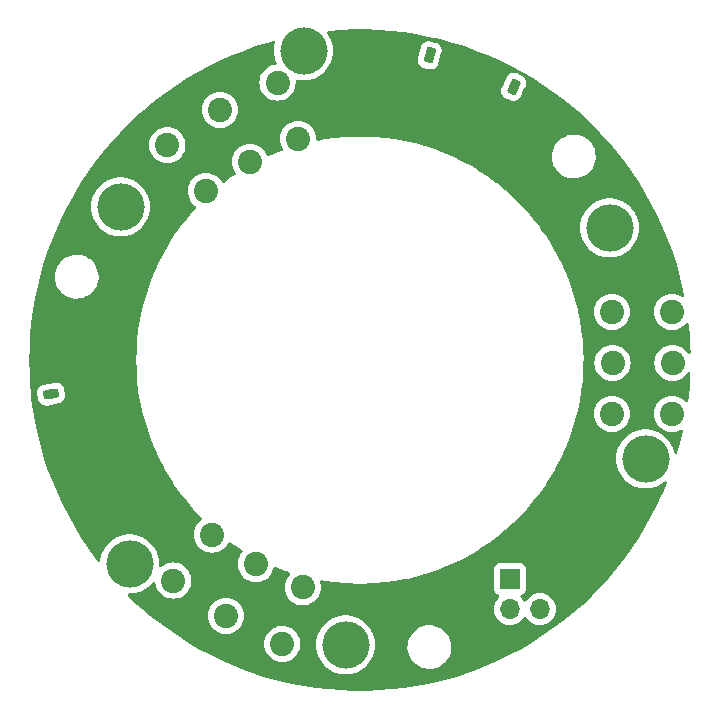
<source format=gbr>
%TF.GenerationSoftware,KiCad,Pcbnew,7.0.6*%
%TF.CreationDate,2023-12-22T17:32:36+03:00*%
%TF.ProjectId,_____ _______,1f3b3042-3020-43e3-913c-3e423e3a2e6b,rev?*%
%TF.SameCoordinates,Original*%
%TF.FileFunction,Copper,L3,Inr*%
%TF.FilePolarity,Positive*%
%FSLAX46Y46*%
G04 Gerber Fmt 4.6, Leading zero omitted, Abs format (unit mm)*
G04 Created by KiCad (PCBNEW 7.0.6) date 2023-12-22 17:32:36*
%MOMM*%
%LPD*%
G01*
G04 APERTURE LIST*
G04 Aperture macros list*
%AMRoundRect*
0 Rectangle with rounded corners*
0 $1 Rounding radius*
0 $2 $3 $4 $5 $6 $7 $8 $9 X,Y pos of 4 corners*
0 Add a 4 corners polygon primitive as box body*
4,1,4,$2,$3,$4,$5,$6,$7,$8,$9,$2,$3,0*
0 Add four circle primitives for the rounded corners*
1,1,$1+$1,$2,$3*
1,1,$1+$1,$4,$5*
1,1,$1+$1,$6,$7*
1,1,$1+$1,$8,$9*
0 Add four rect primitives between the rounded corners*
20,1,$1+$1,$2,$3,$4,$5,0*
20,1,$1+$1,$4,$5,$6,$7,0*
20,1,$1+$1,$6,$7,$8,$9,0*
20,1,$1+$1,$8,$9,$2,$3,0*%
%AMHorizOval*
0 Thick line with rounded ends*
0 $1 width*
0 $2 $3 position (X,Y) of the first rounded end (center of the circle)*
0 $4 $5 position (X,Y) of the second rounded end (center of the circle)*
0 Add line between two ends*
20,1,$1,$2,$3,$4,$5,0*
0 Add two circle primitives to create the rounded ends*
1,1,$1,$2,$3*
1,1,$1,$4,$5*%
G04 Aperture macros list end*
%TA.AperFunction,ComponentPad*%
%ADD10RoundRect,0.200000X0.477893X-0.118820X0.408434X0.275103X-0.477893X0.118820X-0.408434X-0.275103X0*%
%TD*%
%TA.AperFunction,ComponentPad*%
%ADD11HorizOval,0.800000X0.246202X0.043412X-0.246202X-0.043412X0*%
%TD*%
%TA.AperFunction,ComponentPad*%
%ADD12C,4.000000*%
%TD*%
%TA.AperFunction,ComponentPad*%
%ADD13RoundRect,0.200000X-0.309654X-0.382903X0.076717X-0.486430X0.309654X0.382903X-0.076717X0.486430X0*%
%TD*%
%TA.AperFunction,ComponentPad*%
%ADD14HorizOval,0.800000X-0.064705X-0.241481X0.064705X0.241481X0*%
%TD*%
%TA.AperFunction,ComponentPad*%
%ADD15RoundRect,0.200000X-0.371440X-0.323315X-0.008917X-0.492362X0.371440X0.323315X0.008917X0.492362X0*%
%TD*%
%TA.AperFunction,ComponentPad*%
%ADD16HorizOval,0.800000X-0.105655X-0.226577X0.105655X0.226577X0*%
%TD*%
%TA.AperFunction,ComponentPad*%
%ADD17C,2.055000*%
%TD*%
%TA.AperFunction,ComponentPad*%
%ADD18R,1.700000X1.700000*%
%TD*%
%TA.AperFunction,ComponentPad*%
%ADD19O,1.700000X1.700000*%
%TD*%
G04 APERTURE END LIST*
D10*
%TO.N,PTC_Coil_C*%
%TO.C,J19*%
X57108357Y-98911293D03*
D11*
%TO.N,GNDA*%
X56891297Y-97680283D03*
%TD*%
D12*
%TO.N,B_OUT*%
%TO.C,J7*%
X62992000Y-83058000D03*
%TD*%
D13*
%TO.N,PTC_Coil_A*%
%TO.C,J14*%
X89168894Y-70242942D03*
D14*
%TO.N,GNDA*%
X90376301Y-70566466D03*
%TD*%
D12*
%TO.N,A_OUT*%
%TO.C,J17*%
X104394000Y-84836000D03*
%TD*%
%TO.N,B_OUT*%
%TO.C,J15*%
X78486000Y-69850000D03*
%TD*%
%TO.N,C_OUT*%
%TO.C,J6*%
X82042000Y-120142000D03*
%TD*%
%TO.N,C_OUT*%
%TO.C,J5*%
X63754000Y-113284000D03*
%TD*%
D15*
%TO.N,PTC_Coil_B*%
%TO.C,J16*%
X96280894Y-72891413D03*
D16*
%TO.N,GNDA*%
X97413779Y-73419686D03*
%TD*%
D12*
%TO.N,A_OUT*%
%TO.C,J18*%
X107442000Y-104394000D03*
%TD*%
D17*
%TO.N,B_OUT*%
%TO.C,J13*%
X76292270Y-72535673D03*
X78029732Y-77309312D03*
%TD*%
%TO.N,A_OUT*%
%TO.C,J11*%
X109692000Y-91948000D03*
X104612000Y-91948000D03*
%TD*%
%TO.N,B_OUT*%
%TO.C,J10*%
X71410000Y-74842886D03*
X73950000Y-79242295D03*
%TD*%
%TO.N,C_OUT*%
%TO.C,J9*%
X71918000Y-117689114D03*
X74458000Y-113289705D03*
%TD*%
%TO.N,A_OUT*%
%TO.C,J1*%
X109692000Y-100584000D03*
X104612000Y-100584000D03*
%TD*%
D18*
%TO.N,PTC_Coil_A*%
%TO.C,J4*%
X95960000Y-114574000D03*
D19*
%TO.N,GNDA*%
X98500000Y-114574000D03*
%TO.N,PTC_Coil_C*%
X95960000Y-117114000D03*
%TO.N,PTC_Coil_B*%
X98500000Y-117114000D03*
%TD*%
D17*
%TO.N,A_OUT*%
%TO.C,J8*%
X104648109Y-96266000D03*
X109728109Y-96266000D03*
%TD*%
%TO.N,C_OUT*%
%TO.C,J2*%
X76692909Y-120052617D03*
X78430371Y-115278978D03*
%TD*%
%TO.N,B_OUT*%
%TO.C,J3*%
X66957456Y-77832800D03*
X70222817Y-81724306D03*
%TD*%
%TO.N,C_OUT*%
%TO.C,J12*%
X67465456Y-114699200D03*
X70730817Y-110807694D03*
%TD*%
%TA.AperFunction,Conductor*%
%TO.N,GNDA*%
G36*
X84857101Y-68081662D02*
G01*
X85913798Y-68161808D01*
X86966706Y-68281884D01*
X88014315Y-68441717D01*
X89055126Y-68641079D01*
X90087647Y-68879684D01*
X91110400Y-69157190D01*
X92121919Y-69473200D01*
X93120754Y-69827261D01*
X94105477Y-70218866D01*
X95074675Y-70647454D01*
X96026960Y-71112410D01*
X96960969Y-71613070D01*
X97875363Y-72148715D01*
X98768833Y-72718578D01*
X99640098Y-73321844D01*
X100487911Y-73957647D01*
X101311057Y-74625078D01*
X102108356Y-75323179D01*
X102878668Y-76050951D01*
X102878668Y-76050952D01*
X103620887Y-76807353D01*
X104333952Y-77591299D01*
X105016840Y-78401666D01*
X105668574Y-79237295D01*
X106288219Y-80096988D01*
X106874889Y-80979513D01*
X107427742Y-81883607D01*
X107945987Y-82807974D01*
X108428882Y-83751290D01*
X108875734Y-84712204D01*
X109285903Y-85689339D01*
X109658803Y-86681296D01*
X109993899Y-87686654D01*
X110290710Y-88703971D01*
X110548812Y-89731792D01*
X110719581Y-90540215D01*
X110714177Y-90609875D01*
X110671969Y-90665556D01*
X110606359Y-90689578D01*
X110538177Y-90674315D01*
X110533469Y-90671571D01*
X110387841Y-90582330D01*
X110165645Y-90490294D01*
X110165639Y-90490292D01*
X110165638Y-90490292D01*
X109931771Y-90434145D01*
X109931768Y-90434144D01*
X109931765Y-90434144D01*
X109692000Y-90415275D01*
X109452234Y-90434144D01*
X109452230Y-90434144D01*
X109452229Y-90434145D01*
X109218362Y-90490292D01*
X109218354Y-90490294D01*
X108996156Y-90582331D01*
X108791091Y-90707995D01*
X108791090Y-90707996D01*
X108608200Y-90864200D01*
X108451996Y-91047090D01*
X108451995Y-91047091D01*
X108326331Y-91252156D01*
X108234294Y-91474354D01*
X108178144Y-91708234D01*
X108159275Y-91948000D01*
X108178144Y-92187765D01*
X108234294Y-92421645D01*
X108326331Y-92643843D01*
X108451995Y-92848908D01*
X108451996Y-92848909D01*
X108451997Y-92848911D01*
X108451999Y-92848913D01*
X108608200Y-93031800D01*
X108791087Y-93188001D01*
X108791089Y-93188002D01*
X108791090Y-93188003D01*
X108791091Y-93188004D01*
X108996156Y-93313668D01*
X109218354Y-93405705D01*
X109218355Y-93405705D01*
X109218362Y-93405708D01*
X109452229Y-93461855D01*
X109692000Y-93480725D01*
X109931771Y-93461855D01*
X110165638Y-93405708D01*
X110387843Y-93313668D01*
X110592913Y-93188001D01*
X110775800Y-93031800D01*
X110880572Y-92909127D01*
X110939078Y-92870934D01*
X111008946Y-92870435D01*
X111067993Y-92907789D01*
X111097471Y-92971136D01*
X111098306Y-92977939D01*
X111118244Y-93188003D01*
X111187573Y-93918479D01*
X111247707Y-94976504D01*
X111255575Y-95392207D01*
X111237162Y-95459607D01*
X111185234Y-95506352D01*
X111116276Y-95517603D01*
X111052182Y-95489786D01*
X111025870Y-95459344D01*
X110968110Y-95365087D01*
X110811909Y-95182200D01*
X110629022Y-95025999D01*
X110629020Y-95025997D01*
X110629018Y-95025996D01*
X110629017Y-95025995D01*
X110423952Y-94900331D01*
X110201754Y-94808294D01*
X110201748Y-94808292D01*
X110201747Y-94808292D01*
X109967880Y-94752145D01*
X109967877Y-94752144D01*
X109967874Y-94752144D01*
X109728109Y-94733275D01*
X109488343Y-94752144D01*
X109488339Y-94752144D01*
X109488338Y-94752145D01*
X109254471Y-94808292D01*
X109254463Y-94808294D01*
X109032265Y-94900331D01*
X108827200Y-95025995D01*
X108827199Y-95025996D01*
X108644309Y-95182200D01*
X108488105Y-95365090D01*
X108488104Y-95365091D01*
X108362440Y-95570156D01*
X108270403Y-95792354D01*
X108214253Y-96026234D01*
X108195384Y-96265999D01*
X108214253Y-96505765D01*
X108270403Y-96739645D01*
X108362440Y-96961843D01*
X108488104Y-97166908D01*
X108488105Y-97166909D01*
X108488106Y-97166910D01*
X108488108Y-97166913D01*
X108644309Y-97349800D01*
X108827196Y-97506001D01*
X108827198Y-97506002D01*
X108827199Y-97506003D01*
X108827200Y-97506004D01*
X109032265Y-97631668D01*
X109254463Y-97723705D01*
X109254464Y-97723705D01*
X109254471Y-97723708D01*
X109488338Y-97779855D01*
X109728109Y-97798725D01*
X109967880Y-97779855D01*
X110201747Y-97723708D01*
X110423952Y-97631668D01*
X110629022Y-97506001D01*
X110811909Y-97349800D01*
X110968110Y-97166913D01*
X111014330Y-97091487D01*
X111066140Y-97044613D01*
X111135070Y-97033190D01*
X111199233Y-97060847D01*
X111238258Y-97118802D01*
X111243857Y-97163314D01*
X111187573Y-98153613D01*
X111087444Y-99208604D01*
X111048479Y-99501002D01*
X111020112Y-99564853D01*
X110961727Y-99603232D01*
X110891861Y-99603953D01*
X110832696Y-99566787D01*
X110831276Y-99565154D01*
X110831019Y-99564853D01*
X110775800Y-99500200D01*
X110592913Y-99343999D01*
X110592911Y-99343997D01*
X110592909Y-99343996D01*
X110592908Y-99343995D01*
X110387843Y-99218331D01*
X110165645Y-99126294D01*
X110165639Y-99126292D01*
X110165638Y-99126292D01*
X109931771Y-99070145D01*
X109931768Y-99070144D01*
X109931765Y-99070144D01*
X109692000Y-99051275D01*
X109452234Y-99070144D01*
X109452230Y-99070144D01*
X109452229Y-99070145D01*
X109218362Y-99126292D01*
X109218354Y-99126294D01*
X108996156Y-99218331D01*
X108791091Y-99343995D01*
X108791090Y-99343996D01*
X108608200Y-99500200D01*
X108451996Y-99683090D01*
X108451995Y-99683091D01*
X108326331Y-99888156D01*
X108234294Y-100110354D01*
X108234292Y-100110361D01*
X108234292Y-100110362D01*
X108186788Y-100308231D01*
X108178144Y-100344234D01*
X108159275Y-100584000D01*
X108178144Y-100823765D01*
X108234294Y-101057645D01*
X108326331Y-101279843D01*
X108451995Y-101484908D01*
X108451996Y-101484909D01*
X108451997Y-101484911D01*
X108451999Y-101484913D01*
X108608200Y-101667800D01*
X108791087Y-101824001D01*
X108791089Y-101824002D01*
X108791090Y-101824003D01*
X108791091Y-101824004D01*
X108996156Y-101949668D01*
X109218354Y-102041705D01*
X109218355Y-102041705D01*
X109218362Y-102041708D01*
X109452229Y-102097855D01*
X109692000Y-102116725D01*
X109931771Y-102097855D01*
X110165638Y-102041708D01*
X110387843Y-101949668D01*
X110421872Y-101928814D01*
X110489317Y-101910570D01*
X110555920Y-101931686D01*
X110600533Y-101985457D01*
X110608994Y-102054813D01*
X110607985Y-102060170D01*
X110548812Y-102340300D01*
X110290710Y-103368121D01*
X110133396Y-103907311D01*
X110095723Y-103966154D01*
X110032217Y-103995288D01*
X109963041Y-103985464D01*
X109910159Y-103939800D01*
X109892556Y-103895820D01*
X109868731Y-103770921D01*
X109771503Y-103471685D01*
X109637537Y-103186993D01*
X109468947Y-102921337D01*
X109468945Y-102921334D01*
X109268393Y-102678909D01*
X109268391Y-102678907D01*
X109039031Y-102463523D01*
X109039021Y-102463515D01*
X108784495Y-102278591D01*
X108784488Y-102278586D01*
X108784484Y-102278584D01*
X108508766Y-102127006D01*
X108508763Y-102127004D01*
X108508758Y-102127002D01*
X108508757Y-102127001D01*
X108216228Y-102011181D01*
X108216225Y-102011180D01*
X107911476Y-101932934D01*
X107911463Y-101932932D01*
X107599329Y-101893500D01*
X107599318Y-101893500D01*
X107284682Y-101893500D01*
X107284670Y-101893500D01*
X106972536Y-101932932D01*
X106972523Y-101932934D01*
X106667774Y-102011180D01*
X106667771Y-102011181D01*
X106375242Y-102127001D01*
X106375241Y-102127002D01*
X106099516Y-102278584D01*
X106099504Y-102278591D01*
X105844978Y-102463515D01*
X105844968Y-102463523D01*
X105615608Y-102678907D01*
X105615606Y-102678909D01*
X105415054Y-102921334D01*
X105415051Y-102921338D01*
X105246464Y-103186990D01*
X105246461Y-103186996D01*
X105112499Y-103471678D01*
X105112497Y-103471683D01*
X105015270Y-103770916D01*
X104956311Y-104079988D01*
X104956310Y-104079995D01*
X104936556Y-104393994D01*
X104936556Y-104394005D01*
X104956310Y-104708004D01*
X104956311Y-104708011D01*
X105015270Y-105017083D01*
X105112497Y-105316316D01*
X105112499Y-105316321D01*
X105246461Y-105601003D01*
X105246464Y-105601009D01*
X105415051Y-105866661D01*
X105415054Y-105866665D01*
X105615606Y-106109090D01*
X105615608Y-106109092D01*
X105844968Y-106324476D01*
X105844978Y-106324484D01*
X106099504Y-106509408D01*
X106099509Y-106509410D01*
X106099516Y-106509416D01*
X106375234Y-106660994D01*
X106375239Y-106660996D01*
X106375241Y-106660997D01*
X106375242Y-106660998D01*
X106667771Y-106776818D01*
X106667774Y-106776819D01*
X106972523Y-106855065D01*
X106972527Y-106855066D01*
X107038010Y-106863338D01*
X107284670Y-106894499D01*
X107284679Y-106894499D01*
X107284682Y-106894500D01*
X107284684Y-106894500D01*
X107599316Y-106894500D01*
X107599318Y-106894500D01*
X107599321Y-106894499D01*
X107599329Y-106894499D01*
X107785593Y-106870968D01*
X107911473Y-106855066D01*
X108216225Y-106776819D01*
X108271488Y-106754939D01*
X108508757Y-106660998D01*
X108508758Y-106660997D01*
X108508756Y-106660997D01*
X108508766Y-106660994D01*
X108784484Y-106509416D01*
X109039030Y-106324478D01*
X109062181Y-106302737D01*
X109124524Y-106271195D01*
X109194024Y-106278365D01*
X109248616Y-106321971D01*
X109270966Y-106388170D01*
X109261400Y-106441123D01*
X108918341Y-107258386D01*
X108875734Y-107359888D01*
X108428882Y-108320802D01*
X107945987Y-109264118D01*
X107427742Y-110188485D01*
X106874889Y-111092579D01*
X106288219Y-111975104D01*
X105668574Y-112834797D01*
X105016840Y-113670426D01*
X104333952Y-114480793D01*
X103620887Y-115264739D01*
X102878668Y-116021140D01*
X102108356Y-116748913D01*
X101575505Y-117215468D01*
X101311057Y-117447014D01*
X100487911Y-118114445D01*
X99640098Y-118750248D01*
X98768833Y-119353514D01*
X97875363Y-119923377D01*
X96960969Y-120459022D01*
X96026960Y-120959682D01*
X95074675Y-121424638D01*
X94105477Y-121853226D01*
X93120754Y-122244831D01*
X92121919Y-122598892D01*
X91110400Y-122914902D01*
X90087647Y-123192408D01*
X89055126Y-123431013D01*
X88014315Y-123630375D01*
X86966706Y-123790208D01*
X85913798Y-123910284D01*
X84857101Y-123990430D01*
X83798128Y-124030532D01*
X82738396Y-124030532D01*
X81679423Y-123990430D01*
X80622726Y-123910284D01*
X79569818Y-123790208D01*
X78522209Y-123630375D01*
X77481398Y-123431013D01*
X76448877Y-123192408D01*
X75426124Y-122914902D01*
X74414605Y-122598892D01*
X73415770Y-122244831D01*
X72431047Y-121853226D01*
X71461849Y-121424638D01*
X70509564Y-120959682D01*
X69575555Y-120459022D01*
X68881785Y-120052617D01*
X75160184Y-120052617D01*
X75179053Y-120292382D01*
X75179053Y-120292385D01*
X75179054Y-120292388D01*
X75218335Y-120456004D01*
X75235203Y-120526262D01*
X75327240Y-120748460D01*
X75452904Y-120953525D01*
X75452905Y-120953526D01*
X75452906Y-120953528D01*
X75452908Y-120953530D01*
X75609109Y-121136417D01*
X75791996Y-121292618D01*
X75791998Y-121292619D01*
X75791999Y-121292620D01*
X75792000Y-121292621D01*
X75997065Y-121418285D01*
X76219263Y-121510322D01*
X76219264Y-121510322D01*
X76219271Y-121510325D01*
X76453138Y-121566472D01*
X76692909Y-121585342D01*
X76932680Y-121566472D01*
X77166547Y-121510325D01*
X77388752Y-121418285D01*
X77593822Y-121292618D01*
X77776709Y-121136417D01*
X77932910Y-120953530D01*
X78058577Y-120748460D01*
X78150617Y-120526255D01*
X78206764Y-120292388D01*
X78218599Y-120142005D01*
X79536556Y-120142005D01*
X79556310Y-120456004D01*
X79556311Y-120456011D01*
X79615270Y-120765083D01*
X79712497Y-121064316D01*
X79712499Y-121064321D01*
X79846461Y-121349003D01*
X79846464Y-121349009D01*
X80015051Y-121614661D01*
X80015054Y-121614665D01*
X80215606Y-121857090D01*
X80215608Y-121857092D01*
X80215610Y-121857094D01*
X80441351Y-122069079D01*
X80444968Y-122072476D01*
X80444978Y-122072484D01*
X80699504Y-122257408D01*
X80699509Y-122257410D01*
X80699516Y-122257416D01*
X80975234Y-122408994D01*
X80975239Y-122408996D01*
X80975241Y-122408997D01*
X80975242Y-122408998D01*
X81267771Y-122524818D01*
X81267774Y-122524819D01*
X81556270Y-122598892D01*
X81572527Y-122603066D01*
X81638010Y-122611338D01*
X81884670Y-122642499D01*
X81884679Y-122642499D01*
X81884682Y-122642500D01*
X81884684Y-122642500D01*
X82199316Y-122642500D01*
X82199318Y-122642500D01*
X82199321Y-122642499D01*
X82199329Y-122642499D01*
X82385593Y-122618968D01*
X82511473Y-122603066D01*
X82816225Y-122524819D01*
X82816228Y-122524818D01*
X83108757Y-122408998D01*
X83108758Y-122408997D01*
X83108756Y-122408997D01*
X83108766Y-122408994D01*
X83384484Y-122257416D01*
X83639030Y-122072478D01*
X83868390Y-121857094D01*
X84068947Y-121614663D01*
X84237537Y-121349007D01*
X84371503Y-121064315D01*
X84468731Y-120765079D01*
X84527688Y-120456015D01*
X84530972Y-120403819D01*
X87288261Y-120403819D01*
X87317887Y-120673069D01*
X87317889Y-120673080D01*
X87386400Y-120935138D01*
X87386402Y-120935144D01*
X87492344Y-121184446D01*
X87592776Y-121349009D01*
X87633453Y-121415661D01*
X87633460Y-121415671D01*
X87806727Y-121623875D01*
X87806733Y-121623880D01*
X87911714Y-121717943D01*
X88008472Y-121804638D01*
X88234384Y-121954100D01*
X88479650Y-122069076D01*
X88479657Y-122069078D01*
X88479659Y-122069079D01*
X88739031Y-122147113D01*
X88739038Y-122147114D01*
X88739043Y-122147116D01*
X89007035Y-122186556D01*
X89007040Y-122186556D01*
X89210110Y-122186556D01*
X89261607Y-122182786D01*
X89412630Y-122171733D01*
X89525232Y-122146649D01*
X89677020Y-122112838D01*
X89677022Y-122112837D01*
X89677027Y-122112836D01*
X89930032Y-122016070D01*
X90166251Y-121883497D01*
X90380651Y-121717944D01*
X90568660Y-121522937D01*
X90726273Y-121302635D01*
X90800261Y-121158725D01*
X90850123Y-121061746D01*
X90850125Y-121061740D01*
X90850130Y-121061731D01*
X90937592Y-120805361D01*
X90986793Y-120538989D01*
X90996686Y-120268291D01*
X90967060Y-119999038D01*
X90898546Y-119736968D01*
X90792604Y-119487666D01*
X90651492Y-119256446D01*
X90622691Y-119221838D01*
X90478220Y-119048236D01*
X90478214Y-119048231D01*
X90276476Y-118867474D01*
X90050566Y-118718013D01*
X90050564Y-118718012D01*
X89805298Y-118603036D01*
X89805293Y-118603034D01*
X89805288Y-118603032D01*
X89545916Y-118524998D01*
X89545902Y-118524995D01*
X89430265Y-118507977D01*
X89277913Y-118485556D01*
X89074843Y-118485556D01*
X89074838Y-118485556D01*
X88872318Y-118500379D01*
X88872305Y-118500381D01*
X88607927Y-118559273D01*
X88607920Y-118559276D01*
X88354913Y-118656043D01*
X88118700Y-118788613D01*
X88118698Y-118788614D01*
X88118697Y-118788615D01*
X88056367Y-118836744D01*
X87904296Y-118954168D01*
X87716296Y-119149165D01*
X87716290Y-119149172D01*
X87558676Y-119369475D01*
X87558673Y-119369480D01*
X87434824Y-119610365D01*
X87434817Y-119610383D01*
X87347358Y-119866741D01*
X87347355Y-119866755D01*
X87298155Y-120133124D01*
X87298154Y-120133131D01*
X87288261Y-120403819D01*
X84530972Y-120403819D01*
X84547444Y-120142005D01*
X84547444Y-120141994D01*
X84527689Y-119827995D01*
X84527688Y-119827988D01*
X84527688Y-119827985D01*
X84468731Y-119518921D01*
X84371503Y-119219685D01*
X84339515Y-119151708D01*
X84237538Y-118934996D01*
X84237537Y-118934993D01*
X84194688Y-118867474D01*
X84068948Y-118669338D01*
X84068945Y-118669334D01*
X83868393Y-118426909D01*
X83868391Y-118426907D01*
X83639031Y-118211523D01*
X83639021Y-118211515D01*
X83384495Y-118026591D01*
X83384488Y-118026586D01*
X83384484Y-118026584D01*
X83108766Y-117875006D01*
X83108763Y-117875004D01*
X83108758Y-117875002D01*
X83108757Y-117875001D01*
X82816228Y-117759181D01*
X82816225Y-117759180D01*
X82511476Y-117680934D01*
X82511463Y-117680932D01*
X82199329Y-117641500D01*
X82199318Y-117641500D01*
X81884682Y-117641500D01*
X81884670Y-117641500D01*
X81572536Y-117680932D01*
X81572523Y-117680934D01*
X81267774Y-117759180D01*
X81267771Y-117759181D01*
X80975242Y-117875001D01*
X80975241Y-117875002D01*
X80699516Y-118026584D01*
X80699504Y-118026591D01*
X80444978Y-118211515D01*
X80444968Y-118211523D01*
X80215608Y-118426907D01*
X80215606Y-118426909D01*
X80015054Y-118669334D01*
X80015051Y-118669338D01*
X79846464Y-118934990D01*
X79846461Y-118934996D01*
X79712499Y-119219678D01*
X79712497Y-119219683D01*
X79615270Y-119518916D01*
X79556311Y-119827988D01*
X79556310Y-119827995D01*
X79536556Y-120141994D01*
X79536556Y-120142005D01*
X78218599Y-120142005D01*
X78225634Y-120052617D01*
X78206764Y-119812846D01*
X78150617Y-119578979D01*
X78150614Y-119578971D01*
X78058577Y-119356773D01*
X77932913Y-119151708D01*
X77932912Y-119151707D01*
X77932911Y-119151706D01*
X77932910Y-119151704D01*
X77776709Y-118968817D01*
X77593822Y-118812616D01*
X77593820Y-118812614D01*
X77593818Y-118812613D01*
X77593817Y-118812612D01*
X77388752Y-118686948D01*
X77166554Y-118594911D01*
X77166548Y-118594909D01*
X77166547Y-118594909D01*
X76932680Y-118538762D01*
X76932677Y-118538761D01*
X76932674Y-118538761D01*
X76724020Y-118522340D01*
X76692909Y-118519892D01*
X76692908Y-118519892D01*
X76453143Y-118538761D01*
X76453139Y-118538761D01*
X76453138Y-118538762D01*
X76239606Y-118590027D01*
X76219263Y-118594911D01*
X75997065Y-118686948D01*
X75792000Y-118812612D01*
X75791999Y-118812613D01*
X75609109Y-118968817D01*
X75452905Y-119151707D01*
X75452904Y-119151708D01*
X75327240Y-119356773D01*
X75235203Y-119578971D01*
X75235201Y-119578978D01*
X75235201Y-119578979D01*
X75227662Y-119610383D01*
X75179053Y-119812851D01*
X75160184Y-120052617D01*
X68881785Y-120052617D01*
X68661161Y-119923377D01*
X67767691Y-119353514D01*
X66896426Y-118750248D01*
X66048613Y-118114445D01*
X65524050Y-117689114D01*
X70385275Y-117689114D01*
X70404144Y-117928879D01*
X70404144Y-117928882D01*
X70404145Y-117928885D01*
X70460292Y-118162752D01*
X70460294Y-118162759D01*
X70552331Y-118384957D01*
X70677995Y-118590022D01*
X70677996Y-118590023D01*
X70677997Y-118590025D01*
X70677999Y-118590027D01*
X70834200Y-118772914D01*
X71017087Y-118929115D01*
X71017089Y-118929116D01*
X71017090Y-118929117D01*
X71017091Y-118929118D01*
X71222156Y-119054782D01*
X71444354Y-119146819D01*
X71444355Y-119146819D01*
X71444362Y-119146822D01*
X71678229Y-119202969D01*
X71918000Y-119221839D01*
X72157771Y-119202969D01*
X72391638Y-119146822D01*
X72613843Y-119054782D01*
X72818913Y-118929115D01*
X73001800Y-118772914D01*
X73158001Y-118590027D01*
X73283668Y-118384957D01*
X73375708Y-118162752D01*
X73431855Y-117928885D01*
X73450725Y-117689114D01*
X73431855Y-117449343D01*
X73375708Y-117215476D01*
X73375705Y-117215468D01*
X73333676Y-117114000D01*
X94604341Y-117114000D01*
X94624936Y-117349403D01*
X94624938Y-117349413D01*
X94686094Y-117577655D01*
X94686096Y-117577659D01*
X94686097Y-117577663D01*
X94780703Y-117780546D01*
X94785965Y-117791830D01*
X94785967Y-117791834D01*
X94881928Y-117928879D01*
X94921505Y-117985401D01*
X95088599Y-118152495D01*
X95172888Y-118211515D01*
X95282165Y-118288032D01*
X95282167Y-118288033D01*
X95282170Y-118288035D01*
X95496337Y-118387903D01*
X95724592Y-118449063D01*
X95912918Y-118465539D01*
X95959999Y-118469659D01*
X95960000Y-118469659D01*
X95960001Y-118469659D01*
X95999234Y-118466226D01*
X96195408Y-118449063D01*
X96423663Y-118387903D01*
X96637830Y-118288035D01*
X96831401Y-118152495D01*
X96998495Y-117985401D01*
X97128426Y-117799840D01*
X97183001Y-117756217D01*
X97252499Y-117749023D01*
X97314854Y-117780546D01*
X97331574Y-117799841D01*
X97461505Y-117985401D01*
X97628599Y-118152495D01*
X97712888Y-118211515D01*
X97822165Y-118288032D01*
X97822167Y-118288033D01*
X97822170Y-118288035D01*
X98036337Y-118387903D01*
X98264592Y-118449063D01*
X98452918Y-118465539D01*
X98499999Y-118469659D01*
X98500000Y-118469659D01*
X98500001Y-118469659D01*
X98539234Y-118466226D01*
X98735408Y-118449063D01*
X98963663Y-118387903D01*
X99177830Y-118288035D01*
X99371401Y-118152495D01*
X99538495Y-117985401D01*
X99674035Y-117791830D01*
X99773903Y-117577663D01*
X99835063Y-117349408D01*
X99855659Y-117114000D01*
X99835063Y-116878592D01*
X99773903Y-116650337D01*
X99674035Y-116436171D01*
X99668425Y-116428158D01*
X99538494Y-116242597D01*
X99371402Y-116075506D01*
X99371395Y-116075501D01*
X99177834Y-115939967D01*
X99177830Y-115939965D01*
X99128174Y-115916810D01*
X98963663Y-115840097D01*
X98963659Y-115840096D01*
X98963655Y-115840094D01*
X98735413Y-115778938D01*
X98735403Y-115778936D01*
X98500001Y-115758341D01*
X98499999Y-115758341D01*
X98264596Y-115778936D01*
X98264586Y-115778938D01*
X98036344Y-115840094D01*
X98036335Y-115840098D01*
X97822171Y-115939964D01*
X97822169Y-115939965D01*
X97628597Y-116075505D01*
X97461505Y-116242597D01*
X97331575Y-116428158D01*
X97276998Y-116471783D01*
X97207500Y-116478977D01*
X97145145Y-116447454D01*
X97128425Y-116428158D01*
X96998496Y-116242600D01*
X96968951Y-116213055D01*
X96876567Y-116120671D01*
X96843084Y-116059351D01*
X96848068Y-115989659D01*
X96889939Y-115933725D01*
X96920915Y-115916810D01*
X97052331Y-115867796D01*
X97167546Y-115781546D01*
X97253796Y-115666331D01*
X97304091Y-115531483D01*
X97310500Y-115471873D01*
X97310499Y-113676128D01*
X97304091Y-113616517D01*
X97303674Y-113615400D01*
X97253797Y-113481671D01*
X97253793Y-113481664D01*
X97167547Y-113366455D01*
X97167544Y-113366452D01*
X97052335Y-113280206D01*
X97052328Y-113280202D01*
X96917482Y-113229908D01*
X96917483Y-113229908D01*
X96857883Y-113223501D01*
X96857881Y-113223500D01*
X96857873Y-113223500D01*
X96857864Y-113223500D01*
X95062129Y-113223500D01*
X95062123Y-113223501D01*
X95002516Y-113229908D01*
X94867671Y-113280202D01*
X94867664Y-113280206D01*
X94752455Y-113366452D01*
X94752452Y-113366455D01*
X94666206Y-113481664D01*
X94666202Y-113481671D01*
X94615908Y-113616517D01*
X94610113Y-113670426D01*
X94609501Y-113676123D01*
X94609500Y-113676135D01*
X94609500Y-115471870D01*
X94609501Y-115471876D01*
X94615908Y-115531483D01*
X94666202Y-115666328D01*
X94666206Y-115666335D01*
X94752452Y-115781544D01*
X94752455Y-115781547D01*
X94867664Y-115867793D01*
X94867671Y-115867797D01*
X94999081Y-115916810D01*
X95055015Y-115958681D01*
X95079432Y-116024145D01*
X95064580Y-116092418D01*
X95043430Y-116120673D01*
X94921503Y-116242600D01*
X94785965Y-116436169D01*
X94785964Y-116436171D01*
X94686098Y-116650335D01*
X94686094Y-116650344D01*
X94624938Y-116878586D01*
X94624936Y-116878596D01*
X94604341Y-117113999D01*
X94604341Y-117114000D01*
X73333676Y-117114000D01*
X73283668Y-116993270D01*
X73158004Y-116788205D01*
X73158003Y-116788204D01*
X73158002Y-116788203D01*
X73158001Y-116788201D01*
X73001800Y-116605314D01*
X72818913Y-116449113D01*
X72818911Y-116449111D01*
X72818909Y-116449110D01*
X72818908Y-116449109D01*
X72613843Y-116323445D01*
X72391645Y-116231408D01*
X72391639Y-116231406D01*
X72391638Y-116231406D01*
X72157771Y-116175259D01*
X72157768Y-116175258D01*
X72157765Y-116175258D01*
X71918000Y-116156389D01*
X71678234Y-116175258D01*
X71678230Y-116175258D01*
X71678229Y-116175259D01*
X71658936Y-116179891D01*
X71444354Y-116231408D01*
X71222156Y-116323445D01*
X71017091Y-116449109D01*
X71017090Y-116449110D01*
X70834200Y-116605314D01*
X70677996Y-116788204D01*
X70677995Y-116788205D01*
X70552331Y-116993270D01*
X70460294Y-117215468D01*
X70460292Y-117215475D01*
X70460292Y-117215476D01*
X70428138Y-117349408D01*
X70404144Y-117449348D01*
X70385275Y-117689114D01*
X65524050Y-117689114D01*
X65225467Y-117447014D01*
X64428168Y-116748913D01*
X63657856Y-116021140D01*
X63632546Y-115995346D01*
X63599644Y-115933711D01*
X63605287Y-115864069D01*
X63647686Y-115808534D01*
X63713378Y-115784738D01*
X63721054Y-115784500D01*
X63911316Y-115784500D01*
X63911318Y-115784500D01*
X63911321Y-115784499D01*
X63911329Y-115784499D01*
X64106555Y-115759836D01*
X64223473Y-115745066D01*
X64528225Y-115666819D01*
X64528228Y-115666818D01*
X64820757Y-115550998D01*
X64820758Y-115550997D01*
X64820756Y-115550997D01*
X64820766Y-115550994D01*
X65096484Y-115399416D01*
X65351030Y-115214478D01*
X65580390Y-114999094D01*
X65728533Y-114820020D01*
X65786432Y-114780913D01*
X65856283Y-114779317D01*
X65915909Y-114815738D01*
X65946379Y-114878614D01*
X65947694Y-114889332D01*
X65951600Y-114938966D01*
X65951600Y-114938969D01*
X65951601Y-114938971D01*
X65966035Y-114999094D01*
X66007750Y-115172845D01*
X66099787Y-115395043D01*
X66225451Y-115600108D01*
X66225452Y-115600109D01*
X66225453Y-115600111D01*
X66225455Y-115600113D01*
X66381656Y-115783000D01*
X66564543Y-115939201D01*
X66564545Y-115939202D01*
X66564546Y-115939203D01*
X66564547Y-115939204D01*
X66769612Y-116064868D01*
X66991810Y-116156905D01*
X66991811Y-116156905D01*
X66991818Y-116156908D01*
X67225685Y-116213055D01*
X67465456Y-116231925D01*
X67705227Y-116213055D01*
X67939094Y-116156908D01*
X68161299Y-116064868D01*
X68366369Y-115939201D01*
X68549256Y-115783000D01*
X68705457Y-115600113D01*
X68831124Y-115395043D01*
X68923164Y-115172838D01*
X68979311Y-114938971D01*
X68998181Y-114699200D01*
X68979311Y-114459429D01*
X68923164Y-114225562D01*
X68910579Y-114195178D01*
X68831124Y-114003356D01*
X68705460Y-113798291D01*
X68705459Y-113798290D01*
X68705458Y-113798289D01*
X68705457Y-113798287D01*
X68549256Y-113615400D01*
X68366369Y-113459199D01*
X68366367Y-113459197D01*
X68366365Y-113459196D01*
X68366364Y-113459195D01*
X68161299Y-113333531D01*
X67939101Y-113241494D01*
X67939095Y-113241492D01*
X67939094Y-113241492D01*
X67705227Y-113185345D01*
X67705224Y-113185344D01*
X67705221Y-113185344D01*
X67465456Y-113166475D01*
X67225690Y-113185344D01*
X67225686Y-113185344D01*
X67225685Y-113185345D01*
X66991818Y-113241492D01*
X66991810Y-113241494D01*
X66769612Y-113333531D01*
X66564547Y-113459195D01*
X66564539Y-113459201D01*
X66453144Y-113554342D01*
X66389383Y-113582913D01*
X66320297Y-113572476D01*
X66267821Y-113526345D01*
X66248616Y-113459166D01*
X66248858Y-113452266D01*
X66259444Y-113284005D01*
X66259444Y-113283994D01*
X66239689Y-112969995D01*
X66239688Y-112969988D01*
X66239688Y-112969985D01*
X66180731Y-112660921D01*
X66083503Y-112361685D01*
X66064616Y-112321549D01*
X65987225Y-112157084D01*
X65949537Y-112076993D01*
X65888999Y-111981600D01*
X65780948Y-111811338D01*
X65780945Y-111811334D01*
X65580393Y-111568909D01*
X65580391Y-111568907D01*
X65506615Y-111499626D01*
X65351030Y-111353522D01*
X65351027Y-111353520D01*
X65351021Y-111353515D01*
X65096495Y-111168591D01*
X65096488Y-111168586D01*
X65096484Y-111168584D01*
X64820766Y-111017006D01*
X64820763Y-111017004D01*
X64820758Y-111017002D01*
X64820757Y-111017001D01*
X64528228Y-110901181D01*
X64528225Y-110901180D01*
X64223476Y-110822934D01*
X64223463Y-110822932D01*
X63911329Y-110783500D01*
X63911318Y-110783500D01*
X63596682Y-110783500D01*
X63596670Y-110783500D01*
X63284536Y-110822932D01*
X63284523Y-110822934D01*
X62979774Y-110901180D01*
X62979771Y-110901181D01*
X62687242Y-111017001D01*
X62687241Y-111017002D01*
X62411516Y-111168584D01*
X62411504Y-111168591D01*
X62156978Y-111353515D01*
X62156968Y-111353523D01*
X61927608Y-111568907D01*
X61927606Y-111568909D01*
X61727054Y-111811334D01*
X61727051Y-111811338D01*
X61558464Y-112076990D01*
X61558461Y-112076996D01*
X61424499Y-112361678D01*
X61424497Y-112361683D01*
X61327270Y-112660916D01*
X61268311Y-112969988D01*
X61268310Y-112969994D01*
X61266819Y-112993699D01*
X61242963Y-113059370D01*
X61187389Y-113101718D01*
X61117743Y-113107298D01*
X61056136Y-113074339D01*
X61045287Y-113062171D01*
X60867950Y-112834797D01*
X60248305Y-111975104D01*
X59661635Y-111092579D01*
X59108782Y-110188485D01*
X58590537Y-109264118D01*
X58107642Y-108320802D01*
X57660790Y-107359888D01*
X57250621Y-106382753D01*
X56877721Y-105390796D01*
X56542625Y-104385438D01*
X56245814Y-103368121D01*
X55987712Y-102340300D01*
X55768690Y-101303448D01*
X55589060Y-100259051D01*
X55540151Y-99892024D01*
X55449080Y-99208604D01*
X55409136Y-98787738D01*
X55924835Y-98787738D01*
X55930776Y-98858365D01*
X56019894Y-99363779D01*
X56019895Y-99363785D01*
X56019897Y-99363793D01*
X56038469Y-99432187D01*
X56038470Y-99432189D01*
X56116510Y-99583340D01*
X56116511Y-99583342D01*
X56228458Y-99711425D01*
X56228460Y-99711428D01*
X56341689Y-99790710D01*
X56367806Y-99808998D01*
X56526456Y-99870388D01*
X56695186Y-99892025D01*
X56765808Y-99886085D01*
X57763647Y-99710139D01*
X57832041Y-99691567D01*
X57983195Y-99613525D01*
X58111280Y-99501577D01*
X58111280Y-99501575D01*
X58111282Y-99501575D01*
X58207754Y-99363798D01*
X58208852Y-99362230D01*
X58270242Y-99203580D01*
X58291879Y-99034850D01*
X58285939Y-98964228D01*
X58196817Y-98458793D01*
X58178245Y-98390399D01*
X58100203Y-98239245D01*
X58100202Y-98239243D01*
X57988255Y-98111160D01*
X57988253Y-98111157D01*
X57848908Y-98013588D01*
X57690257Y-97952197D01*
X57567849Y-97936501D01*
X57521528Y-97930561D01*
X57521526Y-97930561D01*
X57521525Y-97930561D01*
X57490769Y-97933148D01*
X57450906Y-97936501D01*
X57450902Y-97936501D01*
X57450898Y-97936502D01*
X56453079Y-98112444D01*
X56453070Y-98112446D01*
X56453067Y-98112447D01*
X56384673Y-98131019D01*
X56384672Y-98131019D01*
X56384670Y-98131020D01*
X56233519Y-98209060D01*
X56233517Y-98209061D01*
X56105434Y-98321008D01*
X56105431Y-98321010D01*
X56007862Y-98460354D01*
X56007862Y-98460356D01*
X55946471Y-98619006D01*
X55924835Y-98787738D01*
X55409136Y-98787738D01*
X55348951Y-98153613D01*
X55288817Y-97095588D01*
X55268762Y-96036047D01*
X64338882Y-96036047D01*
X64358498Y-96897598D01*
X64417308Y-97757382D01*
X64515192Y-98613605D01*
X64651943Y-99464473D01*
X64723537Y-99808998D01*
X64827277Y-100308225D01*
X64836488Y-100344234D01*
X65040832Y-101143123D01*
X65292168Y-101967445D01*
X65292168Y-101967446D01*
X65580764Y-102779476D01*
X65906017Y-103577524D01*
X66267258Y-104359946D01*
X66663747Y-105125134D01*
X66774129Y-105316321D01*
X67094632Y-105871448D01*
X67094640Y-105871460D01*
X67094639Y-105871460D01*
X67421735Y-106382753D01*
X67559048Y-106597392D01*
X68056023Y-107301445D01*
X68584528Y-107982150D01*
X69143467Y-108638094D01*
X69731683Y-109267918D01*
X69844454Y-109378151D01*
X69878634Y-109439089D01*
X69874443Y-109508832D01*
X69833211Y-109565239D01*
X69830675Y-109567132D01*
X69829912Y-109567686D01*
X69647017Y-109723894D01*
X69490813Y-109906784D01*
X69490812Y-109906785D01*
X69365148Y-110111850D01*
X69273111Y-110334048D01*
X69216961Y-110567928D01*
X69198092Y-110807693D01*
X69216961Y-111047459D01*
X69216961Y-111047462D01*
X69216962Y-111047465D01*
X69273109Y-111281332D01*
X69273111Y-111281339D01*
X69365148Y-111503537D01*
X69490812Y-111708602D01*
X69490813Y-111708603D01*
X69490814Y-111708605D01*
X69490816Y-111708607D01*
X69647017Y-111891494D01*
X69829904Y-112047695D01*
X69829906Y-112047696D01*
X69829907Y-112047697D01*
X69829908Y-112047698D01*
X70034973Y-112173362D01*
X70257171Y-112265399D01*
X70257172Y-112265399D01*
X70257179Y-112265402D01*
X70491046Y-112321549D01*
X70730817Y-112340419D01*
X70970588Y-112321549D01*
X71204455Y-112265402D01*
X71426660Y-112173362D01*
X71631730Y-112047695D01*
X71814617Y-111891494D01*
X71970818Y-111708607D01*
X72096485Y-111503537D01*
X72096587Y-111503288D01*
X72096651Y-111503209D01*
X72098696Y-111499197D01*
X72099538Y-111499626D01*
X72140421Y-111448882D01*
X72206713Y-111426810D01*
X72274414Y-111444081D01*
X72284949Y-111451080D01*
X72350502Y-111499626D01*
X72352061Y-111500780D01*
X73067245Y-111981600D01*
X73067251Y-111981603D01*
X73067256Y-111981607D01*
X73270880Y-112105433D01*
X73317932Y-112157084D01*
X73329590Y-112225974D01*
X73302153Y-112290231D01*
X73300742Y-112291913D01*
X73217996Y-112388794D01*
X73217995Y-112388796D01*
X73092331Y-112593861D01*
X73000294Y-112816059D01*
X72944144Y-113049939D01*
X72925275Y-113289705D01*
X72944144Y-113529470D01*
X72944144Y-113529473D01*
X72944145Y-113529476D01*
X72979354Y-113676129D01*
X73000294Y-113763350D01*
X73092331Y-113985548D01*
X73217995Y-114190613D01*
X73217996Y-114190614D01*
X73217997Y-114190616D01*
X73217999Y-114190618D01*
X73374200Y-114373505D01*
X73557087Y-114529706D01*
X73557089Y-114529707D01*
X73557090Y-114529708D01*
X73557091Y-114529709D01*
X73762156Y-114655373D01*
X73984354Y-114747410D01*
X73984355Y-114747410D01*
X73984362Y-114747413D01*
X74218229Y-114803560D01*
X74458000Y-114822430D01*
X74697771Y-114803560D01*
X74931638Y-114747413D01*
X75153843Y-114655373D01*
X75358913Y-114529706D01*
X75541800Y-114373505D01*
X75698001Y-114190618D01*
X75823668Y-113985548D01*
X75915708Y-113763343D01*
X75943911Y-113645868D01*
X75978701Y-113585279D01*
X76040727Y-113553115D01*
X76110296Y-113559591D01*
X76113821Y-113561057D01*
X76123951Y-113565457D01*
X76123960Y-113565460D01*
X76123966Y-113565463D01*
X76123963Y-113565462D01*
X76929192Y-113872459D01*
X77068657Y-113918476D01*
X77294493Y-113992993D01*
X77351988Y-114032692D01*
X77378893Y-114097174D01*
X77366665Y-114165965D01*
X77348889Y-114190751D01*
X77349735Y-114191474D01*
X77346572Y-114195176D01*
X77346571Y-114195178D01*
X77267216Y-114288089D01*
X77190367Y-114378068D01*
X77190366Y-114378069D01*
X77064702Y-114583134D01*
X76972665Y-114805332D01*
X76972663Y-114805339D01*
X76972663Y-114805340D01*
X76926147Y-114999094D01*
X76916515Y-115039212D01*
X76897646Y-115278978D01*
X76916515Y-115518743D01*
X76916515Y-115518746D01*
X76916516Y-115518749D01*
X76970851Y-115745067D01*
X76972665Y-115752623D01*
X77064702Y-115974821D01*
X77190366Y-116179886D01*
X77190367Y-116179887D01*
X77190368Y-116179889D01*
X77190370Y-116179891D01*
X77346571Y-116362778D01*
X77529458Y-116518979D01*
X77529460Y-116518980D01*
X77529461Y-116518981D01*
X77529462Y-116518982D01*
X77734527Y-116644646D01*
X77956725Y-116736683D01*
X77956726Y-116736683D01*
X77956733Y-116736686D01*
X78190600Y-116792833D01*
X78430371Y-116811703D01*
X78670142Y-116792833D01*
X78904009Y-116736686D01*
X79126214Y-116644646D01*
X79331284Y-116518979D01*
X79514171Y-116362778D01*
X79670372Y-116179891D01*
X79796039Y-115974821D01*
X79888079Y-115752616D01*
X79944226Y-115518749D01*
X79963096Y-115278978D01*
X79944226Y-115039207D01*
X79895151Y-114834797D01*
X79898642Y-114765019D01*
X79939305Y-114708202D01*
X80004231Y-114682388D01*
X80038183Y-114683904D01*
X80264500Y-114725584D01*
X81118259Y-114842931D01*
X81118267Y-114842931D01*
X81118269Y-114842932D01*
X81118268Y-114842932D01*
X81976462Y-114921296D01*
X81976467Y-114921296D01*
X81976475Y-114921297D01*
X82467033Y-114943647D01*
X82837363Y-114960521D01*
X82837369Y-114960521D01*
X83699161Y-114960521D01*
X84069490Y-114943647D01*
X84560049Y-114921297D01*
X84560056Y-114921296D01*
X84560062Y-114921296D01*
X85418256Y-114842932D01*
X85418255Y-114842932D01*
X85418256Y-114842931D01*
X85418265Y-114842931D01*
X86272024Y-114725584D01*
X86592442Y-114666575D01*
X87119545Y-114569504D01*
X87291321Y-114529709D01*
X87959110Y-114375004D01*
X87959114Y-114375002D01*
X87959122Y-114375001D01*
X88788944Y-114142496D01*
X88788943Y-114142496D01*
X89607332Y-113872459D01*
X90201653Y-113645871D01*
X90412573Y-113565457D01*
X90412580Y-113565454D01*
X90412580Y-113565455D01*
X91203020Y-113222118D01*
X91203019Y-113222118D01*
X91977000Y-112843167D01*
X91977008Y-112843163D01*
X92732952Y-112429370D01*
X93312417Y-112076990D01*
X93469268Y-111981607D01*
X93469272Y-111981603D01*
X93469279Y-111981600D01*
X94184463Y-111500780D01*
X94186022Y-111499626D01*
X94837727Y-111017006D01*
X94877021Y-110987907D01*
X94983622Y-110901181D01*
X95545524Y-110444039D01*
X95545523Y-110444040D01*
X96188567Y-109870321D01*
X96188570Y-109870318D01*
X96804841Y-109267918D01*
X97393057Y-108638094D01*
X97951996Y-107982150D01*
X98480501Y-107301445D01*
X98977476Y-106597392D01*
X99114789Y-106382753D01*
X99441885Y-105871460D01*
X99441884Y-105871460D01*
X99441892Y-105871448D01*
X99762395Y-105316321D01*
X99872777Y-105125134D01*
X100269266Y-104359946D01*
X100630507Y-103577524D01*
X100955760Y-102779476D01*
X101244356Y-101967446D01*
X101244356Y-101967445D01*
X101495692Y-101143123D01*
X101638708Y-100583999D01*
X103079275Y-100583999D01*
X103098144Y-100823765D01*
X103154294Y-101057645D01*
X103246331Y-101279843D01*
X103371995Y-101484908D01*
X103371996Y-101484909D01*
X103371997Y-101484911D01*
X103371999Y-101484913D01*
X103528200Y-101667800D01*
X103711087Y-101824001D01*
X103711089Y-101824002D01*
X103711090Y-101824003D01*
X103711091Y-101824004D01*
X103916156Y-101949668D01*
X104138354Y-102041705D01*
X104138355Y-102041705D01*
X104138362Y-102041708D01*
X104372229Y-102097855D01*
X104612000Y-102116725D01*
X104851771Y-102097855D01*
X105085638Y-102041708D01*
X105307843Y-101949668D01*
X105512913Y-101824001D01*
X105695800Y-101667800D01*
X105852001Y-101484913D01*
X105977668Y-101279843D01*
X106069708Y-101057638D01*
X106125855Y-100823771D01*
X106144725Y-100584000D01*
X106125855Y-100344229D01*
X106069708Y-100110362D01*
X106059658Y-100086099D01*
X105977668Y-99888156D01*
X105852004Y-99683091D01*
X105852003Y-99683090D01*
X105852002Y-99683089D01*
X105852001Y-99683087D01*
X105695800Y-99500200D01*
X105512913Y-99343999D01*
X105512911Y-99343997D01*
X105512909Y-99343996D01*
X105512908Y-99343995D01*
X105307843Y-99218331D01*
X105085645Y-99126294D01*
X105085639Y-99126292D01*
X105085638Y-99126292D01*
X104851771Y-99070145D01*
X104851768Y-99070144D01*
X104851765Y-99070144D01*
X104643111Y-99053723D01*
X104612000Y-99051275D01*
X104611999Y-99051275D01*
X104372234Y-99070144D01*
X104372230Y-99070144D01*
X104372229Y-99070145D01*
X104138362Y-99126292D01*
X104138354Y-99126294D01*
X103916156Y-99218331D01*
X103711091Y-99343995D01*
X103711090Y-99343996D01*
X103528200Y-99500200D01*
X103371996Y-99683090D01*
X103371995Y-99683091D01*
X103246331Y-99888156D01*
X103154294Y-100110354D01*
X103154292Y-100110361D01*
X103154292Y-100110362D01*
X103106788Y-100308231D01*
X103098144Y-100344234D01*
X103079275Y-100583999D01*
X101638708Y-100583999D01*
X101700036Y-100344234D01*
X101709247Y-100308225D01*
X101812987Y-99808998D01*
X101884581Y-99464473D01*
X102021332Y-98613605D01*
X102119216Y-97757382D01*
X102178026Y-96897598D01*
X102192406Y-96265999D01*
X103115384Y-96265999D01*
X103134253Y-96505765D01*
X103190403Y-96739645D01*
X103282440Y-96961843D01*
X103408104Y-97166908D01*
X103408105Y-97166909D01*
X103408106Y-97166910D01*
X103408108Y-97166913D01*
X103564309Y-97349800D01*
X103747196Y-97506001D01*
X103747198Y-97506002D01*
X103747199Y-97506003D01*
X103747200Y-97506004D01*
X103952265Y-97631668D01*
X104174463Y-97723705D01*
X104174464Y-97723705D01*
X104174471Y-97723708D01*
X104408338Y-97779855D01*
X104648109Y-97798725D01*
X104887880Y-97779855D01*
X105121747Y-97723708D01*
X105343952Y-97631668D01*
X105549022Y-97506001D01*
X105731909Y-97349800D01*
X105888110Y-97166913D01*
X106013777Y-96961843D01*
X106105817Y-96739638D01*
X106161964Y-96505771D01*
X106180834Y-96266000D01*
X106161964Y-96026229D01*
X106105817Y-95792362D01*
X106013777Y-95570157D01*
X106013777Y-95570156D01*
X105888113Y-95365091D01*
X105888112Y-95365090D01*
X105888111Y-95365089D01*
X105888110Y-95365087D01*
X105731909Y-95182200D01*
X105549022Y-95025999D01*
X105549020Y-95025997D01*
X105549018Y-95025996D01*
X105549017Y-95025995D01*
X105343952Y-94900331D01*
X105121754Y-94808294D01*
X105121748Y-94808292D01*
X105121747Y-94808292D01*
X104887880Y-94752145D01*
X104887877Y-94752144D01*
X104887874Y-94752144D01*
X104679220Y-94735723D01*
X104648109Y-94733275D01*
X104648108Y-94733275D01*
X104408343Y-94752144D01*
X104408339Y-94752144D01*
X104408338Y-94752145D01*
X104174471Y-94808292D01*
X104174463Y-94808294D01*
X103952265Y-94900331D01*
X103747200Y-95025995D01*
X103747199Y-95025996D01*
X103564309Y-95182200D01*
X103408105Y-95365090D01*
X103408104Y-95365091D01*
X103282440Y-95570156D01*
X103190403Y-95792354D01*
X103134253Y-96026234D01*
X103115384Y-96265999D01*
X102192406Y-96265999D01*
X102197642Y-96036047D01*
X102197642Y-96036045D01*
X102178026Y-95174494D01*
X102119216Y-94314710D01*
X102021332Y-93458487D01*
X101884581Y-92607619D01*
X101747510Y-91947999D01*
X103079275Y-91947999D01*
X103098144Y-92187765D01*
X103154294Y-92421645D01*
X103246331Y-92643843D01*
X103371995Y-92848908D01*
X103371996Y-92848909D01*
X103371997Y-92848911D01*
X103371999Y-92848913D01*
X103528200Y-93031800D01*
X103711087Y-93188001D01*
X103711089Y-93188002D01*
X103711090Y-93188003D01*
X103711091Y-93188004D01*
X103916156Y-93313668D01*
X104138354Y-93405705D01*
X104138355Y-93405705D01*
X104138362Y-93405708D01*
X104372229Y-93461855D01*
X104612000Y-93480725D01*
X104851771Y-93461855D01*
X105085638Y-93405708D01*
X105307843Y-93313668D01*
X105512913Y-93188001D01*
X105695800Y-93031800D01*
X105852001Y-92848913D01*
X105977668Y-92643843D01*
X106069708Y-92421638D01*
X106125855Y-92187771D01*
X106144725Y-91948000D01*
X106125855Y-91708229D01*
X106069708Y-91474362D01*
X105977668Y-91252157D01*
X105977668Y-91252156D01*
X105852004Y-91047091D01*
X105852003Y-91047090D01*
X105852002Y-91047089D01*
X105852001Y-91047087D01*
X105695800Y-90864200D01*
X105512913Y-90707999D01*
X105512911Y-90707997D01*
X105512909Y-90707996D01*
X105512908Y-90707995D01*
X105307843Y-90582331D01*
X105085645Y-90490294D01*
X105085639Y-90490292D01*
X105085638Y-90490292D01*
X104851771Y-90434145D01*
X104851768Y-90434144D01*
X104851765Y-90434144D01*
X104643111Y-90417723D01*
X104612000Y-90415275D01*
X104611999Y-90415275D01*
X104372234Y-90434144D01*
X104372230Y-90434144D01*
X104372229Y-90434145D01*
X104138362Y-90490292D01*
X104138354Y-90490294D01*
X103916156Y-90582331D01*
X103711091Y-90707995D01*
X103711090Y-90707996D01*
X103528200Y-90864200D01*
X103371996Y-91047090D01*
X103371995Y-91047091D01*
X103246331Y-91252156D01*
X103154294Y-91474354D01*
X103098144Y-91708234D01*
X103079275Y-91947999D01*
X101747510Y-91947999D01*
X101719465Y-91813041D01*
X101709247Y-91763867D01*
X101635196Y-91474362D01*
X101495692Y-90928969D01*
X101244356Y-90104647D01*
X101244356Y-90104646D01*
X100955760Y-89292616D01*
X100630507Y-88494568D01*
X100269266Y-87712146D01*
X100054188Y-87297065D01*
X99872785Y-86946973D01*
X99872782Y-86946969D01*
X99872777Y-86946958D01*
X99644222Y-86551090D01*
X99441892Y-86200644D01*
X99441884Y-86200632D01*
X99441885Y-86200632D01*
X98977474Y-85474697D01*
X98634263Y-84988478D01*
X98526636Y-84836005D01*
X101888556Y-84836005D01*
X101908310Y-85150004D01*
X101908311Y-85150011D01*
X101967270Y-85459083D01*
X102064497Y-85758316D01*
X102064499Y-85758321D01*
X102198461Y-86043003D01*
X102198464Y-86043009D01*
X102367051Y-86308661D01*
X102367054Y-86308665D01*
X102567606Y-86551090D01*
X102567608Y-86551092D01*
X102796968Y-86766476D01*
X102796978Y-86766484D01*
X103051504Y-86951408D01*
X103051509Y-86951410D01*
X103051516Y-86951416D01*
X103327234Y-87102994D01*
X103327239Y-87102996D01*
X103327241Y-87102997D01*
X103327242Y-87102998D01*
X103619771Y-87218818D01*
X103619774Y-87218819D01*
X103909474Y-87293201D01*
X103924527Y-87297066D01*
X103990010Y-87305338D01*
X104236670Y-87336499D01*
X104236679Y-87336499D01*
X104236682Y-87336500D01*
X104236684Y-87336500D01*
X104551316Y-87336500D01*
X104551318Y-87336500D01*
X104551321Y-87336499D01*
X104551329Y-87336499D01*
X104737593Y-87312968D01*
X104863473Y-87297066D01*
X105168225Y-87218819D01*
X105224761Y-87196435D01*
X105460757Y-87102998D01*
X105460758Y-87102997D01*
X105460756Y-87102997D01*
X105460766Y-87102994D01*
X105736484Y-86951416D01*
X105991030Y-86766478D01*
X106220390Y-86551094D01*
X106420947Y-86308663D01*
X106589537Y-86043007D01*
X106723503Y-85758315D01*
X106820731Y-85459079D01*
X106879688Y-85150015D01*
X106899444Y-84836000D01*
X106898041Y-84813706D01*
X106879689Y-84521995D01*
X106879688Y-84521988D01*
X106879688Y-84521985D01*
X106820731Y-84212921D01*
X106723503Y-83913685D01*
X106589537Y-83628993D01*
X106554414Y-83573648D01*
X106420948Y-83363338D01*
X106420945Y-83363334D01*
X106220393Y-83120909D01*
X106220391Y-83120907D01*
X106205695Y-83107106D01*
X105991030Y-82905522D01*
X105991027Y-82905520D01*
X105991021Y-82905515D01*
X105736495Y-82720591D01*
X105736488Y-82720586D01*
X105736484Y-82720584D01*
X105460766Y-82569006D01*
X105460763Y-82569004D01*
X105460758Y-82569002D01*
X105460757Y-82569001D01*
X105168228Y-82453181D01*
X105168225Y-82453180D01*
X104863476Y-82374934D01*
X104863463Y-82374932D01*
X104551329Y-82335500D01*
X104551318Y-82335500D01*
X104236682Y-82335500D01*
X104236670Y-82335500D01*
X103924536Y-82374932D01*
X103924523Y-82374934D01*
X103619774Y-82453180D01*
X103619771Y-82453181D01*
X103327242Y-82569001D01*
X103327241Y-82569002D01*
X103051516Y-82720584D01*
X103051504Y-82720591D01*
X102796978Y-82905515D01*
X102796968Y-82905523D01*
X102567608Y-83120907D01*
X102567606Y-83120909D01*
X102367054Y-83363334D01*
X102367051Y-83363338D01*
X102198464Y-83628990D01*
X102198461Y-83628996D01*
X102064499Y-83913678D01*
X102064497Y-83913683D01*
X101967270Y-84212916D01*
X101908311Y-84521988D01*
X101908310Y-84521995D01*
X101888556Y-84835994D01*
X101888556Y-84836005D01*
X98526636Y-84836005D01*
X98480501Y-84770647D01*
X97951996Y-84089942D01*
X97393057Y-83433998D01*
X96804841Y-82804174D01*
X96188570Y-82201774D01*
X96188567Y-82201771D01*
X95545523Y-81628052D01*
X95545524Y-81628053D01*
X94877026Y-81084189D01*
X94826104Y-81046479D01*
X94449116Y-80767300D01*
X94184470Y-80571317D01*
X94184463Y-80571312D01*
X93469279Y-80090492D01*
X93469272Y-80090488D01*
X93469268Y-80090485D01*
X93218743Y-79938138D01*
X92732952Y-79642722D01*
X91977008Y-79228929D01*
X91977000Y-79228925D01*
X91236707Y-78866468D01*
X99521350Y-78866468D01*
X99550976Y-79135718D01*
X99550978Y-79135729D01*
X99611055Y-79365525D01*
X99619491Y-79397793D01*
X99725433Y-79647095D01*
X99767449Y-79715940D01*
X99866542Y-79878310D01*
X99866549Y-79878320D01*
X100039816Y-80086524D01*
X100039822Y-80086529D01*
X100103077Y-80143205D01*
X100241561Y-80267287D01*
X100467473Y-80416749D01*
X100712739Y-80531725D01*
X100712746Y-80531727D01*
X100712748Y-80531728D01*
X100972120Y-80609762D01*
X100972127Y-80609763D01*
X100972132Y-80609765D01*
X101240124Y-80649205D01*
X101240129Y-80649205D01*
X101443199Y-80649205D01*
X101494696Y-80645435D01*
X101645719Y-80634382D01*
X101758321Y-80609298D01*
X101910109Y-80575487D01*
X101910111Y-80575486D01*
X101910116Y-80575485D01*
X102163121Y-80478719D01*
X102399340Y-80346146D01*
X102613740Y-80180593D01*
X102801749Y-79985586D01*
X102959362Y-79765284D01*
X103033350Y-79621374D01*
X103083212Y-79524395D01*
X103083214Y-79524389D01*
X103083219Y-79524380D01*
X103170681Y-79268010D01*
X103219882Y-79001638D01*
X103229775Y-78730940D01*
X103200149Y-78461687D01*
X103131635Y-78199617D01*
X103025693Y-77950315D01*
X102884581Y-77719095D01*
X102795310Y-77611824D01*
X102711309Y-77510885D01*
X102711303Y-77510880D01*
X102509565Y-77330123D01*
X102283655Y-77180662D01*
X102219943Y-77150795D01*
X102038387Y-77065685D01*
X102038382Y-77065683D01*
X102038377Y-77065681D01*
X101779005Y-76987647D01*
X101778991Y-76987644D01*
X101663354Y-76970626D01*
X101511002Y-76948205D01*
X101307932Y-76948205D01*
X101307927Y-76948205D01*
X101105407Y-76963028D01*
X101105394Y-76963030D01*
X100841016Y-77021922D01*
X100841009Y-77021925D01*
X100588002Y-77118692D01*
X100351789Y-77251262D01*
X100137385Y-77416817D01*
X99949385Y-77611814D01*
X99949379Y-77611821D01*
X99791765Y-77832124D01*
X99791762Y-77832129D01*
X99667913Y-78073014D01*
X99667906Y-78073032D01*
X99580447Y-78329390D01*
X99580445Y-78329400D01*
X99534698Y-78577075D01*
X99531244Y-78595773D01*
X99531243Y-78595780D01*
X99521350Y-78866468D01*
X91236707Y-78866468D01*
X91203019Y-78849974D01*
X91203020Y-78849974D01*
X90412580Y-78506637D01*
X90412580Y-78506638D01*
X90412573Y-78506635D01*
X89979135Y-78341385D01*
X89607332Y-78199633D01*
X88788943Y-77929596D01*
X88788944Y-77929596D01*
X87959122Y-77697091D01*
X87959114Y-77697089D01*
X87959110Y-77697088D01*
X87119558Y-77502591D01*
X87119557Y-77502590D01*
X87119545Y-77502588D01*
X86552441Y-77398150D01*
X86272024Y-77346508D01*
X85418265Y-77229161D01*
X85418256Y-77229160D01*
X84560062Y-77150796D01*
X84560063Y-77150796D01*
X84560056Y-77150795D01*
X84560049Y-77150795D01*
X84069490Y-77128444D01*
X83699161Y-77111571D01*
X83699155Y-77111571D01*
X82837369Y-77111571D01*
X82837363Y-77111571D01*
X82467033Y-77128444D01*
X81976475Y-77150795D01*
X81976467Y-77150795D01*
X81976461Y-77150796D01*
X81976462Y-77150796D01*
X81118268Y-77229160D01*
X81118267Y-77229160D01*
X81118259Y-77229161D01*
X80264500Y-77346508D01*
X79999033Y-77395396D01*
X79707901Y-77449011D01*
X79638405Y-77441794D01*
X79583844Y-77398150D01*
X79561539Y-77331936D01*
X79561826Y-77317328D01*
X79562457Y-77309314D01*
X79562457Y-77309312D01*
X79543587Y-77069541D01*
X79487440Y-76835674D01*
X79395400Y-76613469D01*
X79395400Y-76613468D01*
X79269736Y-76408403D01*
X79269735Y-76408402D01*
X79269734Y-76408401D01*
X79269733Y-76408399D01*
X79113532Y-76225512D01*
X78930645Y-76069311D01*
X78930643Y-76069309D01*
X78930641Y-76069308D01*
X78930640Y-76069307D01*
X78725575Y-75943643D01*
X78503377Y-75851606D01*
X78503371Y-75851604D01*
X78503370Y-75851604D01*
X78269503Y-75795457D01*
X78269500Y-75795456D01*
X78269497Y-75795456D01*
X78029732Y-75776587D01*
X77789966Y-75795456D01*
X77789962Y-75795456D01*
X77789961Y-75795457D01*
X77556094Y-75851604D01*
X77556086Y-75851606D01*
X77333888Y-75943643D01*
X77128823Y-76069307D01*
X77128822Y-76069308D01*
X76945932Y-76225512D01*
X76789728Y-76408402D01*
X76789727Y-76408403D01*
X76664063Y-76613468D01*
X76572026Y-76835666D01*
X76572024Y-76835673D01*
X76572024Y-76835674D01*
X76527310Y-77021922D01*
X76515876Y-77069546D01*
X76497007Y-77309312D01*
X76515876Y-77549077D01*
X76515876Y-77549080D01*
X76515877Y-77549083D01*
X76572024Y-77782950D01*
X76572026Y-77782957D01*
X76664063Y-78005153D01*
X76732799Y-78117322D01*
X76751043Y-78184768D01*
X76729926Y-78251370D01*
X76676154Y-78295983D01*
X76671245Y-78297976D01*
X76557385Y-78341386D01*
X76123951Y-78506635D01*
X76123944Y-78506637D01*
X76123944Y-78506638D01*
X75540631Y-78760004D01*
X75471300Y-78768658D01*
X75408296Y-78738454D01*
X75376669Y-78693722D01*
X75315670Y-78546455D01*
X75315668Y-78546452D01*
X75190004Y-78341386D01*
X75190003Y-78341385D01*
X75190002Y-78341384D01*
X75190001Y-78341382D01*
X75033800Y-78158495D01*
X74850913Y-78002294D01*
X74850911Y-78002292D01*
X74850909Y-78002291D01*
X74850908Y-78002290D01*
X74645843Y-77876626D01*
X74423645Y-77784589D01*
X74423639Y-77784587D01*
X74423638Y-77784587D01*
X74189771Y-77728440D01*
X74189768Y-77728439D01*
X74189765Y-77728439D01*
X73950000Y-77709570D01*
X73710234Y-77728439D01*
X73710230Y-77728439D01*
X73710229Y-77728440D01*
X73476362Y-77784587D01*
X73476354Y-77784589D01*
X73254156Y-77876626D01*
X73049091Y-78002290D01*
X73049090Y-78002291D01*
X72866200Y-78158495D01*
X72709996Y-78341385D01*
X72709995Y-78341386D01*
X72584331Y-78546451D01*
X72492294Y-78768649D01*
X72492292Y-78768656D01*
X72492292Y-78768657D01*
X72468810Y-78866468D01*
X72436144Y-79002529D01*
X72417275Y-79242294D01*
X72436144Y-79482060D01*
X72436144Y-79482063D01*
X72436145Y-79482066D01*
X72490147Y-79706999D01*
X72492294Y-79715940D01*
X72584331Y-79938138D01*
X72709995Y-80143203D01*
X72709996Y-80143205D01*
X72721339Y-80156485D01*
X72749910Y-80220247D01*
X72739473Y-80289332D01*
X72696233Y-80339923D01*
X72528679Y-80452570D01*
X72352061Y-80571312D01*
X72352054Y-80571317D01*
X71742931Y-81022401D01*
X71677341Y-81046479D01*
X71609146Y-81031274D01*
X71563409Y-80987543D01*
X71462818Y-80823393D01*
X71306617Y-80640506D01*
X71123730Y-80484305D01*
X71123728Y-80484303D01*
X71123726Y-80484302D01*
X71123725Y-80484301D01*
X70918660Y-80358637D01*
X70696462Y-80266600D01*
X70696456Y-80266598D01*
X70696455Y-80266598D01*
X70462588Y-80210451D01*
X70462585Y-80210450D01*
X70462582Y-80210450D01*
X70222817Y-80191581D01*
X69983051Y-80210450D01*
X69983047Y-80210450D01*
X69983046Y-80210451D01*
X69767119Y-80262291D01*
X69749171Y-80266600D01*
X69526973Y-80358637D01*
X69321908Y-80484301D01*
X69321907Y-80484302D01*
X69139017Y-80640506D01*
X68982813Y-80823396D01*
X68982812Y-80823397D01*
X68857148Y-81028462D01*
X68765111Y-81250660D01*
X68765109Y-81250667D01*
X68765109Y-81250668D01*
X68741066Y-81350816D01*
X68708961Y-81484540D01*
X68690092Y-81724305D01*
X68708961Y-81964071D01*
X68708961Y-81964074D01*
X68708962Y-81964077D01*
X68750162Y-82135685D01*
X68765111Y-82197951D01*
X68857148Y-82420149D01*
X68982812Y-82625214D01*
X68982813Y-82625215D01*
X68982814Y-82625217D01*
X68982816Y-82625219D01*
X69139017Y-82808106D01*
X69321904Y-82964307D01*
X69321906Y-82964308D01*
X69321907Y-82964309D01*
X69321910Y-82964311D01*
X69357901Y-82986366D01*
X69404777Y-83038177D01*
X69416201Y-83107106D01*
X69388545Y-83171270D01*
X69383737Y-83176730D01*
X69201355Y-83372015D01*
X69143467Y-83433998D01*
X68584528Y-84089942D01*
X68056023Y-84770647D01*
X67902261Y-84988478D01*
X67559050Y-85474697D01*
X67094639Y-86200632D01*
X67094640Y-86200632D01*
X67094632Y-86200644D01*
X66892302Y-86551090D01*
X66663747Y-86946958D01*
X66663741Y-86946969D01*
X66663739Y-86946973D01*
X66482336Y-87297065D01*
X66267258Y-87712146D01*
X65906017Y-88494568D01*
X65580764Y-89292616D01*
X65292168Y-90104646D01*
X65292168Y-90104647D01*
X65040832Y-90928969D01*
X64901328Y-91474362D01*
X64827277Y-91763867D01*
X64817059Y-91813041D01*
X64651943Y-92607619D01*
X64515192Y-93458487D01*
X64417308Y-94314710D01*
X64358498Y-95174494D01*
X64338882Y-96036045D01*
X64338882Y-96036047D01*
X55268762Y-96036047D01*
X55268762Y-96036046D01*
X55288817Y-94976504D01*
X55348951Y-93918479D01*
X55449080Y-92863488D01*
X55589060Y-91813041D01*
X55768690Y-90768644D01*
X55987712Y-89731792D01*
X56161186Y-89040978D01*
X57432404Y-89040978D01*
X57462030Y-89310228D01*
X57462032Y-89310239D01*
X57514765Y-89511944D01*
X57530545Y-89572303D01*
X57636487Y-89821605D01*
X57708615Y-89939790D01*
X57777596Y-90052820D01*
X57777603Y-90052830D01*
X57950870Y-90261034D01*
X57950876Y-90261039D01*
X58152615Y-90441797D01*
X58378527Y-90591259D01*
X58623793Y-90706235D01*
X58623800Y-90706237D01*
X58623802Y-90706238D01*
X58883174Y-90784272D01*
X58883181Y-90784273D01*
X58883186Y-90784275D01*
X59151178Y-90823715D01*
X59151183Y-90823715D01*
X59354253Y-90823715D01*
X59405750Y-90819945D01*
X59556773Y-90808892D01*
X59669375Y-90783808D01*
X59821163Y-90749997D01*
X59821165Y-90749996D01*
X59821170Y-90749995D01*
X60074175Y-90653229D01*
X60310394Y-90520656D01*
X60524794Y-90355103D01*
X60712803Y-90160096D01*
X60870416Y-89939794D01*
X60977357Y-89731792D01*
X60994266Y-89698905D01*
X60994268Y-89698899D01*
X60994273Y-89698890D01*
X61081735Y-89442520D01*
X61130936Y-89176148D01*
X61140829Y-88905450D01*
X61111203Y-88636197D01*
X61042689Y-88374127D01*
X60936747Y-88124825D01*
X60795635Y-87893605D01*
X60706364Y-87786334D01*
X60622363Y-87685395D01*
X60622357Y-87685390D01*
X60420619Y-87504633D01*
X60194709Y-87355172D01*
X60154876Y-87336499D01*
X59949441Y-87240195D01*
X59949436Y-87240193D01*
X59949431Y-87240191D01*
X59690059Y-87162157D01*
X59690045Y-87162154D01*
X59574408Y-87145136D01*
X59422056Y-87122715D01*
X59218986Y-87122715D01*
X59218981Y-87122715D01*
X59016461Y-87137538D01*
X59016448Y-87137540D01*
X58752070Y-87196432D01*
X58752063Y-87196435D01*
X58499056Y-87293202D01*
X58262843Y-87425772D01*
X58048439Y-87591327D01*
X57860439Y-87786324D01*
X57860433Y-87786331D01*
X57702819Y-88006634D01*
X57702816Y-88006639D01*
X57578967Y-88247524D01*
X57578960Y-88247542D01*
X57491501Y-88503900D01*
X57491498Y-88503914D01*
X57442298Y-88770283D01*
X57442297Y-88770290D01*
X57432404Y-89040978D01*
X56161186Y-89040978D01*
X56245814Y-88703971D01*
X56542625Y-87686654D01*
X56877721Y-86681296D01*
X57250621Y-85689339D01*
X57660790Y-84712204D01*
X58107642Y-83751290D01*
X58462543Y-83058005D01*
X60486556Y-83058005D01*
X60506310Y-83372004D01*
X60506311Y-83372011D01*
X60506312Y-83372015D01*
X60558103Y-83643516D01*
X60565270Y-83681083D01*
X60662497Y-83980316D01*
X60662499Y-83980321D01*
X60796461Y-84265003D01*
X60796464Y-84265009D01*
X60965051Y-84530661D01*
X60965054Y-84530665D01*
X61165606Y-84773090D01*
X61165608Y-84773092D01*
X61394968Y-84988476D01*
X61394978Y-84988484D01*
X61649504Y-85173408D01*
X61649509Y-85173410D01*
X61649516Y-85173416D01*
X61925234Y-85324994D01*
X61925239Y-85324996D01*
X61925241Y-85324997D01*
X61925242Y-85324998D01*
X62217771Y-85440818D01*
X62217774Y-85440819D01*
X62522523Y-85519065D01*
X62522527Y-85519066D01*
X62588010Y-85527338D01*
X62834670Y-85558499D01*
X62834679Y-85558499D01*
X62834682Y-85558500D01*
X62834684Y-85558500D01*
X63149316Y-85558500D01*
X63149318Y-85558500D01*
X63149321Y-85558499D01*
X63149329Y-85558499D01*
X63335593Y-85534968D01*
X63461473Y-85519066D01*
X63766225Y-85440819D01*
X63771284Y-85438816D01*
X64058757Y-85324998D01*
X64058758Y-85324997D01*
X64058756Y-85324997D01*
X64058766Y-85324994D01*
X64334484Y-85173416D01*
X64589030Y-84988478D01*
X64818390Y-84773094D01*
X65018947Y-84530663D01*
X65187537Y-84265007D01*
X65321503Y-83980315D01*
X65418731Y-83681079D01*
X65477688Y-83372015D01*
X65478234Y-83363334D01*
X65497444Y-83058005D01*
X65497444Y-83057994D01*
X65477689Y-82743995D01*
X65477688Y-82743988D01*
X65477688Y-82743985D01*
X65418731Y-82434921D01*
X65321503Y-82135685D01*
X65187537Y-81850993D01*
X65066391Y-81660097D01*
X65018948Y-81585338D01*
X65018945Y-81585334D01*
X64818393Y-81342909D01*
X64818391Y-81342907D01*
X64589031Y-81127523D01*
X64589021Y-81127515D01*
X64334495Y-80942591D01*
X64334488Y-80942586D01*
X64334484Y-80942584D01*
X64058766Y-80791006D01*
X64058763Y-80791004D01*
X64058758Y-80791002D01*
X64058757Y-80791001D01*
X63766228Y-80675181D01*
X63766225Y-80675180D01*
X63461476Y-80596934D01*
X63461463Y-80596932D01*
X63149329Y-80557500D01*
X63149318Y-80557500D01*
X62834682Y-80557500D01*
X62834670Y-80557500D01*
X62522536Y-80596932D01*
X62522523Y-80596934D01*
X62217774Y-80675180D01*
X62217771Y-80675181D01*
X61925242Y-80791001D01*
X61925241Y-80791002D01*
X61649516Y-80942584D01*
X61649504Y-80942591D01*
X61394978Y-81127515D01*
X61394968Y-81127523D01*
X61165608Y-81342907D01*
X61165606Y-81342909D01*
X60965054Y-81585334D01*
X60965051Y-81585338D01*
X60796464Y-81850990D01*
X60796461Y-81850996D01*
X60662499Y-82135678D01*
X60662497Y-82135683D01*
X60565270Y-82434916D01*
X60506311Y-82743988D01*
X60506310Y-82743995D01*
X60486556Y-83057994D01*
X60486556Y-83058005D01*
X58462543Y-83058005D01*
X58590537Y-82807974D01*
X59108782Y-81883607D01*
X59661635Y-80979513D01*
X60248305Y-80096988D01*
X60867950Y-79237295D01*
X61519684Y-78401666D01*
X61999062Y-77832800D01*
X65424731Y-77832800D01*
X65443600Y-78072565D01*
X65443600Y-78072568D01*
X65443601Y-78072571D01*
X65499748Y-78306438D01*
X65499750Y-78306445D01*
X65591787Y-78528643D01*
X65717451Y-78733708D01*
X65717452Y-78733709D01*
X65717453Y-78733711D01*
X65717455Y-78733713D01*
X65873656Y-78916600D01*
X66056543Y-79072801D01*
X66056545Y-79072802D01*
X66056546Y-79072803D01*
X66056547Y-79072804D01*
X66261612Y-79198468D01*
X66483810Y-79290505D01*
X66483811Y-79290505D01*
X66483818Y-79290508D01*
X66717685Y-79346655D01*
X66957456Y-79365525D01*
X67197227Y-79346655D01*
X67431094Y-79290508D01*
X67653299Y-79198468D01*
X67858369Y-79072801D01*
X68041256Y-78916600D01*
X68197457Y-78733713D01*
X68323124Y-78528643D01*
X68415164Y-78306438D01*
X68471311Y-78072571D01*
X68490181Y-77832800D01*
X68471311Y-77593029D01*
X68415164Y-77359162D01*
X68397836Y-77317328D01*
X68323124Y-77136956D01*
X68197460Y-76931891D01*
X68197459Y-76931890D01*
X68197458Y-76931889D01*
X68197457Y-76931887D01*
X68041256Y-76749000D01*
X67858369Y-76592799D01*
X67858367Y-76592797D01*
X67858365Y-76592796D01*
X67858364Y-76592795D01*
X67653299Y-76467131D01*
X67431101Y-76375094D01*
X67431095Y-76375092D01*
X67431094Y-76375092D01*
X67197227Y-76318945D01*
X67197224Y-76318944D01*
X67197221Y-76318944D01*
X66957456Y-76300075D01*
X66717690Y-76318944D01*
X66717686Y-76318944D01*
X66717685Y-76318945D01*
X66560255Y-76356741D01*
X66483810Y-76375094D01*
X66261612Y-76467131D01*
X66056547Y-76592795D01*
X66056546Y-76592796D01*
X65873656Y-76749000D01*
X65717452Y-76931890D01*
X65717451Y-76931891D01*
X65591787Y-77136956D01*
X65499750Y-77359154D01*
X65499748Y-77359161D01*
X65499748Y-77359162D01*
X65444017Y-77591299D01*
X65443600Y-77593034D01*
X65424731Y-77832800D01*
X61999062Y-77832800D01*
X62202572Y-77591299D01*
X62915637Y-76807353D01*
X63657856Y-76050952D01*
X64428168Y-75323179D01*
X64976710Y-74842885D01*
X69877275Y-74842885D01*
X69896144Y-75082651D01*
X69896144Y-75082654D01*
X69896145Y-75082657D01*
X69952292Y-75316524D01*
X69952294Y-75316531D01*
X70044331Y-75538729D01*
X70169995Y-75743794D01*
X70169996Y-75743795D01*
X70169997Y-75743797D01*
X70169999Y-75743799D01*
X70326200Y-75926686D01*
X70509087Y-76082887D01*
X70509089Y-76082888D01*
X70509090Y-76082889D01*
X70509091Y-76082890D01*
X70714156Y-76208554D01*
X70936354Y-76300591D01*
X70936355Y-76300591D01*
X70936362Y-76300594D01*
X71170229Y-76356741D01*
X71410000Y-76375611D01*
X71649771Y-76356741D01*
X71883638Y-76300594D01*
X72105843Y-76208554D01*
X72310913Y-76082887D01*
X72493800Y-75926686D01*
X72650001Y-75743799D01*
X72775668Y-75538729D01*
X72867708Y-75316524D01*
X72923855Y-75082657D01*
X72942725Y-74842886D01*
X72923855Y-74603115D01*
X72867708Y-74369248D01*
X72775668Y-74147043D01*
X72775668Y-74147042D01*
X72650004Y-73941977D01*
X72650003Y-73941976D01*
X72650002Y-73941975D01*
X72650001Y-73941973D01*
X72493800Y-73759086D01*
X72310913Y-73602885D01*
X72310911Y-73602883D01*
X72310909Y-73602882D01*
X72310908Y-73602881D01*
X72105843Y-73477217D01*
X71883645Y-73385180D01*
X71883639Y-73385178D01*
X71883638Y-73385178D01*
X71649771Y-73329031D01*
X71649768Y-73329030D01*
X71649765Y-73329030D01*
X71410000Y-73310161D01*
X71170234Y-73329030D01*
X71170230Y-73329030D01*
X71170229Y-73329031D01*
X70936362Y-73385178D01*
X70936354Y-73385180D01*
X70714156Y-73477217D01*
X70509091Y-73602881D01*
X70509090Y-73602882D01*
X70326200Y-73759086D01*
X70169996Y-73941976D01*
X70169995Y-73941977D01*
X70044331Y-74147042D01*
X69952294Y-74369240D01*
X69896144Y-74603120D01*
X69877275Y-74842885D01*
X64976710Y-74842885D01*
X65225467Y-74625078D01*
X66048613Y-73957647D01*
X66896426Y-73321844D01*
X67767691Y-72718578D01*
X68661161Y-72148715D01*
X69575555Y-71613070D01*
X70509564Y-71112410D01*
X71461849Y-70647454D01*
X72431047Y-70218866D01*
X73415770Y-69827261D01*
X74414605Y-69473200D01*
X75426124Y-69157190D01*
X75924094Y-69022074D01*
X75993945Y-69023516D01*
X76051931Y-69062496D01*
X76079638Y-69126637D01*
X76074493Y-69180064D01*
X76059271Y-69226913D01*
X76059270Y-69226917D01*
X76059269Y-69226921D01*
X76028280Y-69389369D01*
X76000311Y-69535988D01*
X76000310Y-69535995D01*
X75980556Y-69849994D01*
X75980556Y-69850005D01*
X76000310Y-70164004D01*
X76000311Y-70164011D01*
X76059270Y-70473083D01*
X76090458Y-70569069D01*
X76156497Y-70772315D01*
X76156500Y-70772321D01*
X76189607Y-70842677D01*
X76200339Y-70911718D01*
X76172042Y-70975601D01*
X76113700Y-71014044D01*
X76087141Y-71019091D01*
X76064884Y-71020843D01*
X76052497Y-71021818D01*
X75818624Y-71077967D01*
X75596426Y-71170004D01*
X75391361Y-71295668D01*
X75391360Y-71295669D01*
X75208470Y-71451873D01*
X75052266Y-71634763D01*
X75052265Y-71634764D01*
X74926601Y-71839829D01*
X74834564Y-72062027D01*
X74834562Y-72062034D01*
X74834562Y-72062035D01*
X74789775Y-72248587D01*
X74778414Y-72295907D01*
X74759545Y-72535673D01*
X74778414Y-72775438D01*
X74778414Y-72775441D01*
X74778415Y-72775444D01*
X74834562Y-73009311D01*
X74834564Y-73009318D01*
X74926601Y-73231516D01*
X75052265Y-73436581D01*
X75052266Y-73436582D01*
X75052267Y-73436584D01*
X75052269Y-73436586D01*
X75208470Y-73619473D01*
X75391357Y-73775674D01*
X75391359Y-73775675D01*
X75391360Y-73775676D01*
X75391361Y-73775677D01*
X75596426Y-73901341D01*
X75818624Y-73993378D01*
X75818625Y-73993378D01*
X75818632Y-73993381D01*
X76052499Y-74049528D01*
X76292270Y-74068398D01*
X76532041Y-74049528D01*
X76765908Y-73993381D01*
X76988113Y-73901341D01*
X77193183Y-73775674D01*
X77376070Y-73619473D01*
X77532271Y-73436586D01*
X77657938Y-73231516D01*
X77668813Y-73205261D01*
X95203871Y-73205261D01*
X95222107Y-73374385D01*
X95222107Y-73374386D01*
X95226036Y-73385180D01*
X95280290Y-73534239D01*
X95337448Y-73619472D01*
X95375037Y-73675525D01*
X95436123Y-73731123D01*
X95500842Y-73790028D01*
X95562099Y-73825670D01*
X96027245Y-74042571D01*
X96027247Y-74042572D01*
X96027250Y-74042573D01*
X96046561Y-74049528D01*
X96093923Y-74066586D01*
X96093922Y-74066586D01*
X96116693Y-74069661D01*
X96262504Y-74089357D01*
X96262507Y-74089356D01*
X96262511Y-74089357D01*
X96347069Y-74080238D01*
X96431636Y-74071121D01*
X96591489Y-74012939D01*
X96732774Y-73918193D01*
X96847278Y-73792387D01*
X96882919Y-73731131D01*
X97311129Y-72812831D01*
X97335145Y-72746153D01*
X97357916Y-72577572D01*
X97357915Y-72577567D01*
X97357916Y-72577564D01*
X97339680Y-72408440D01*
X97339680Y-72408439D01*
X97322359Y-72360851D01*
X97281498Y-72248587D01*
X97186752Y-72107302D01*
X97125656Y-72051695D01*
X97060945Y-71992797D01*
X97013885Y-71965416D01*
X96999689Y-71957156D01*
X96999683Y-71957153D01*
X96999681Y-71957152D01*
X96534548Y-71740257D01*
X96534537Y-71740252D01*
X96467863Y-71716239D01*
X96467865Y-71716239D01*
X96299284Y-71693469D01*
X96299276Y-71693468D01*
X96130158Y-71711704D01*
X96130153Y-71711704D01*
X96130152Y-71711705D01*
X96130151Y-71711705D01*
X96130147Y-71711706D01*
X95970301Y-71769885D01*
X95829012Y-71864634D01*
X95714511Y-71990437D01*
X95678865Y-72051702D01*
X95250661Y-72969988D01*
X95226642Y-73036673D01*
X95203872Y-73205253D01*
X95203871Y-73205261D01*
X77668813Y-73205261D01*
X77749978Y-73009311D01*
X77806125Y-72775444D01*
X77824995Y-72535673D01*
X77816617Y-72429225D01*
X77830981Y-72360851D01*
X77880032Y-72311094D01*
X77948197Y-72295755D01*
X77971069Y-72299394D01*
X78016527Y-72311066D01*
X78082010Y-72319338D01*
X78328670Y-72350499D01*
X78328679Y-72350499D01*
X78328682Y-72350500D01*
X78328684Y-72350500D01*
X78643316Y-72350500D01*
X78643318Y-72350500D01*
X78643321Y-72350499D01*
X78643329Y-72350499D01*
X78829593Y-72326968D01*
X78955473Y-72311066D01*
X79260225Y-72232819D01*
X79260228Y-72232818D01*
X79552757Y-72116998D01*
X79552758Y-72116997D01*
X79552756Y-72116997D01*
X79552766Y-72116994D01*
X79828484Y-71965416D01*
X80083030Y-71780478D01*
X80312390Y-71565094D01*
X80512947Y-71322663D01*
X80681537Y-71057007D01*
X80815503Y-70772315D01*
X80881541Y-70569071D01*
X88155883Y-70569071D01*
X88162732Y-70739033D01*
X88162734Y-70739045D01*
X88210058Y-70902429D01*
X88210060Y-70902434D01*
X88295114Y-71049750D01*
X88295116Y-71049754D01*
X88412958Y-71172441D01*
X88412961Y-71172443D01*
X88444409Y-71192329D01*
X88556736Y-71263360D01*
X88556742Y-71263362D01*
X88556746Y-71263364D01*
X88623235Y-71287818D01*
X88623253Y-71287824D01*
X88961853Y-71378551D01*
X89118995Y-71420657D01*
X89188830Y-71432729D01*
X89188834Y-71432728D01*
X89188836Y-71432729D01*
X89302145Y-71428162D01*
X89358804Y-71425880D01*
X89522200Y-71378551D01*
X89669521Y-71293496D01*
X89792207Y-71175655D01*
X89883125Y-71031877D01*
X89907588Y-70965362D01*
X90169832Y-69986655D01*
X90181904Y-69916820D01*
X90175055Y-69746846D01*
X90175053Y-69746838D01*
X90127729Y-69583454D01*
X90127727Y-69583449D01*
X90091394Y-69520519D01*
X90042671Y-69436129D01*
X89924830Y-69313443D01*
X89924829Y-69313442D01*
X89924826Y-69313440D01*
X89781052Y-69222524D01*
X89781041Y-69222519D01*
X89714552Y-69198065D01*
X89714534Y-69198059D01*
X89218799Y-69065228D01*
X89218789Y-69065226D01*
X89177238Y-69058043D01*
X89148958Y-69053155D01*
X89148957Y-69053155D01*
X89148951Y-69053154D01*
X88978986Y-69060003D01*
X88978981Y-69060004D01*
X88815585Y-69107334D01*
X88668269Y-69192386D01*
X88668265Y-69192389D01*
X88545580Y-69310229D01*
X88545578Y-69310232D01*
X88454663Y-69454005D01*
X88430202Y-69520513D01*
X88430200Y-69520519D01*
X88167956Y-70499228D01*
X88167955Y-70499232D01*
X88155883Y-70569069D01*
X88155883Y-70569071D01*
X80881541Y-70569071D01*
X80912731Y-70473079D01*
X80971688Y-70164015D01*
X80971689Y-70164004D01*
X80991444Y-69850005D01*
X80991444Y-69849994D01*
X80971689Y-69535995D01*
X80971688Y-69535988D01*
X80971688Y-69535985D01*
X80912731Y-69226921D01*
X80815503Y-68927685D01*
X80792915Y-68879684D01*
X80681538Y-68642996D01*
X80681537Y-68642993D01*
X80540399Y-68420594D01*
X80512952Y-68377344D01*
X80512949Y-68377341D01*
X80512947Y-68377337D01*
X80505340Y-68368142D01*
X80477775Y-68303945D01*
X80489293Y-68235031D01*
X80536240Y-68183285D01*
X80586828Y-68165901D01*
X80622726Y-68161808D01*
X81679423Y-68081662D01*
X82738396Y-68041560D01*
X83798128Y-68041560D01*
X84857101Y-68081662D01*
G37*
%TD.AperFunction*%
%TD*%
M02*

</source>
